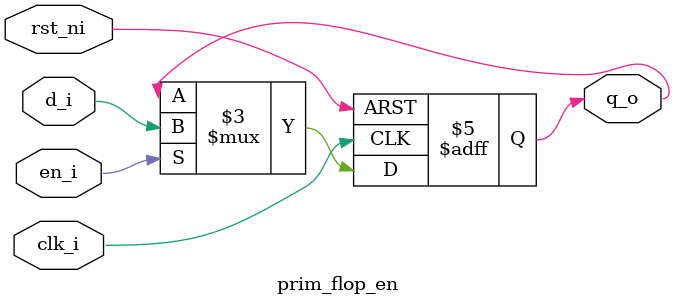
<source format=sv>

`include "prim_assert.sv"

module prim_flop_en #(
  parameter int               Width      = 1,
  parameter logic [Width-1:0] ResetValue = 0
) (
  input                    clk_i,
  input                    rst_ni,
  input                    en_i,
  input        [Width-1:0] d_i,
  output logic [Width-1:0] q_o
);

  always_ff @(posedge clk_i or negedge rst_ni) begin
    if (!rst_ni) begin
      q_o <= ResetValue;
    end else if (en_i) begin
      q_o <= d_i;
    end
  end

endmodule

</source>
